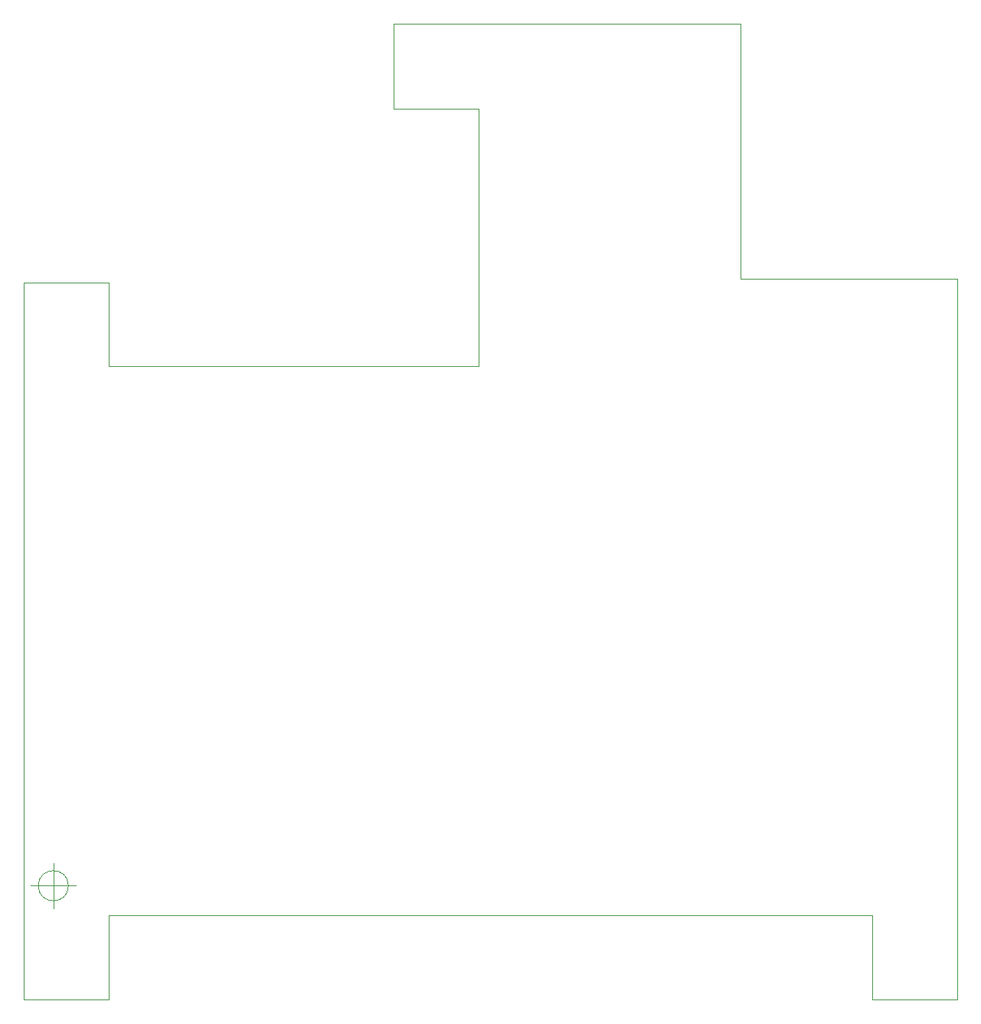
<source format=gbr>
G04 #@! TF.GenerationSoftware,KiCad,Pcbnew,5.0.2+dfsg1-1*
G04 #@! TF.CreationDate,2019-09-30T17:17:48-04:00*
G04 #@! TF.ProjectId,DSC_motor_controller,4453435f-6d6f-4746-9f72-5f636f6e7472,rev?*
G04 #@! TF.SameCoordinates,Original*
G04 #@! TF.FileFunction,Profile,NP*
%FSLAX46Y46*%
G04 Gerber Fmt 4.6, Leading zero omitted, Abs format (unit mm)*
G04 Created by KiCad (PCBNEW 5.0.2+dfsg1-1) date Mon 30 Sep 2019 05:17:48 PM EDT*
%MOMM*%
%LPD*%
G01*
G04 APERTURE LIST*
%ADD10C,0.030000*%
G04 APERTURE END LIST*
D10*
X67564000Y-126873000D02*
X58166000Y-126873000D01*
X67564000Y-133350000D02*
X67564000Y-126873000D01*
X67564000Y-136144000D02*
X67564000Y-133350000D01*
X58166000Y-126873000D02*
X58166000Y-136144000D01*
X108458000Y-98298000D02*
X105537000Y-98298000D01*
X99060000Y-98298000D02*
X99060000Y-107696000D01*
X105537000Y-98298000D02*
X99060000Y-98298000D01*
X99060000Y-107696000D02*
X108458000Y-107696000D01*
X152019000Y-206121000D02*
X161417000Y-206121000D01*
X152019000Y-199644000D02*
X152019000Y-206121000D01*
X152019000Y-196850000D02*
X152019000Y-199644000D01*
X161417000Y-206121000D02*
X161417000Y-196850000D01*
X67564000Y-206121000D02*
X67564000Y-196850000D01*
X58166000Y-206121000D02*
X67564000Y-206121000D01*
X58166000Y-199644000D02*
X58166000Y-206121000D01*
X58166000Y-196850000D02*
X58166000Y-199644000D01*
X63134666Y-193548000D02*
G75*
G03X63134666Y-193548000I-1666666J0D01*
G01*
X58968000Y-193548000D02*
X63968000Y-193548000D01*
X61468000Y-191048000D02*
X61468000Y-196048000D01*
X58166000Y-196850000D02*
X58166000Y-136144000D01*
X152019000Y-196850000D02*
X67564000Y-196850000D01*
X161417000Y-126492000D02*
X161417000Y-196850000D01*
X137414000Y-126492000D02*
X161417000Y-126492000D01*
X137414000Y-98298000D02*
X137414000Y-126492000D01*
X108458000Y-98298000D02*
X137414000Y-98298000D01*
X108458000Y-136144000D02*
X108458000Y-107696000D01*
X67564000Y-136144000D02*
X108458000Y-136144000D01*
M02*

</source>
